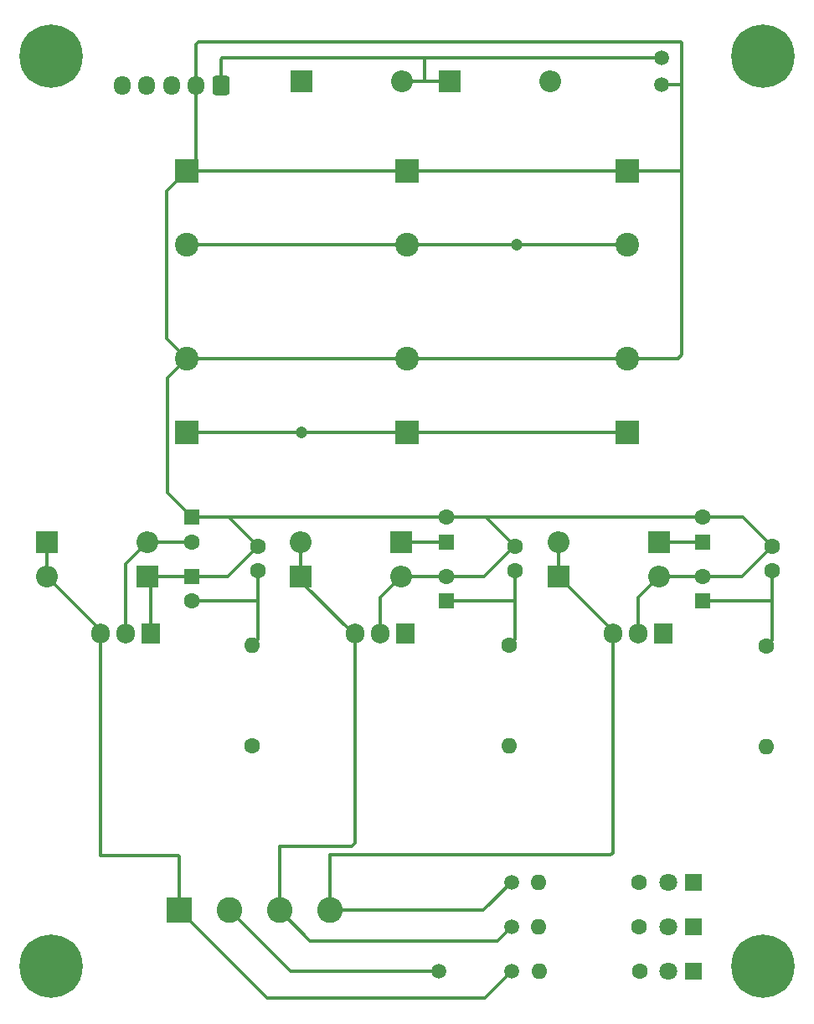
<source format=gbr>
%TF.GenerationSoftware,KiCad,Pcbnew,8.0.3*%
%TF.CreationDate,2024-07-30T20:54:46-04:00*%
%TF.ProjectId,mfos-wall-wart-eurorack-psu,6d666f73-2d77-4616-9c6c-2d776172742d,1.0.0*%
%TF.SameCoordinates,Original*%
%TF.FileFunction,Copper,L2,Bot*%
%TF.FilePolarity,Positive*%
%FSLAX46Y46*%
G04 Gerber Fmt 4.6, Leading zero omitted, Abs format (unit mm)*
G04 Created by KiCad (PCBNEW 8.0.3) date 2024-07-30 20:54:46*
%MOMM*%
%LPD*%
G01*
G04 APERTURE LIST*
G04 Aperture macros list*
%AMRoundRect*
0 Rectangle with rounded corners*
0 $1 Rounding radius*
0 $2 $3 $4 $5 $6 $7 $8 $9 X,Y pos of 4 corners*
0 Add a 4 corners polygon primitive as box body*
4,1,4,$2,$3,$4,$5,$6,$7,$8,$9,$2,$3,0*
0 Add four circle primitives for the rounded corners*
1,1,$1+$1,$2,$3*
1,1,$1+$1,$4,$5*
1,1,$1+$1,$6,$7*
1,1,$1+$1,$8,$9*
0 Add four rect primitives between the rounded corners*
20,1,$1+$1,$2,$3,$4,$5,0*
20,1,$1+$1,$4,$5,$6,$7,0*
20,1,$1+$1,$6,$7,$8,$9,0*
20,1,$1+$1,$8,$9,$2,$3,0*%
G04 Aperture macros list end*
%TA.AperFunction,ComponentPad*%
%ADD10R,2.400000X2.400000*%
%TD*%
%TA.AperFunction,ComponentPad*%
%ADD11C,2.400000*%
%TD*%
%TA.AperFunction,ComponentPad*%
%ADD12C,1.600000*%
%TD*%
%TA.AperFunction,ComponentPad*%
%ADD13O,1.600000X1.600000*%
%TD*%
%TA.AperFunction,ComponentPad*%
%ADD14R,2.200000X2.200000*%
%TD*%
%TA.AperFunction,ComponentPad*%
%ADD15O,2.200000X2.200000*%
%TD*%
%TA.AperFunction,ComponentPad*%
%ADD16R,1.600000X1.600000*%
%TD*%
%TA.AperFunction,ComponentPad*%
%ADD17R,1.800000X1.800000*%
%TD*%
%TA.AperFunction,ComponentPad*%
%ADD18C,1.800000*%
%TD*%
%TA.AperFunction,ComponentPad*%
%ADD19R,2.600000X2.600000*%
%TD*%
%TA.AperFunction,ComponentPad*%
%ADD20C,2.600000*%
%TD*%
%TA.AperFunction,ComponentPad*%
%ADD21R,1.905000X2.000000*%
%TD*%
%TA.AperFunction,ComponentPad*%
%ADD22O,1.905000X2.000000*%
%TD*%
%TA.AperFunction,ComponentPad*%
%ADD23C,6.400000*%
%TD*%
%TA.AperFunction,ComponentPad*%
%ADD24RoundRect,0.250000X0.600000X0.725000X-0.600000X0.725000X-0.600000X-0.725000X0.600000X-0.725000X0*%
%TD*%
%TA.AperFunction,ComponentPad*%
%ADD25O,1.700000X1.950000*%
%TD*%
%TA.AperFunction,ComponentPad*%
%ADD26C,1.500000*%
%TD*%
%TA.AperFunction,ViaPad*%
%ADD27C,1.200000*%
%TD*%
%TA.AperFunction,Conductor*%
%ADD28C,0.300000*%
%TD*%
G04 APERTURE END LIST*
D10*
%TO.P,C4,1*%
%TO.N,GND*%
X143957600Y-64152000D03*
D11*
%TO.P,C4,2*%
%TO.N,Net-(D1-A)*%
X143957600Y-71652000D03*
%TD*%
D12*
%TO.P,R1,1*%
%TO.N,+5V*%
X180257600Y-112151975D03*
D13*
%TO.P,R1,2*%
%TO.N,GND*%
X180257600Y-122311975D03*
%TD*%
D14*
%TO.P,D8,1,K*%
%TO.N,GND*%
X117710000Y-105152000D03*
D15*
%TO.P,D8,2,A*%
%TO.N,-12V*%
X107550000Y-105152000D03*
%TD*%
D16*
%TO.P,C9,1*%
%TO.N,Net-(D2-K)*%
X147890000Y-101652000D03*
D12*
%TO.P,C9,2*%
%TO.N,GND*%
X147890000Y-99152000D03*
%TD*%
D14*
%TO.P,D5,1,K*%
%TO.N,Net-(D2-K)*%
X143370000Y-101652000D03*
D15*
%TO.P,D5,2,A*%
%TO.N,+12V*%
X133210000Y-101652000D03*
%TD*%
D17*
%TO.P,L3,1,K*%
%TO.N,GND*%
X172932700Y-145052000D03*
D18*
%TO.P,L3,2,A*%
%TO.N,-12V-LED*%
X170392700Y-145052000D03*
%TD*%
D10*
%TO.P,C3,1*%
%TO.N,Net-(D2-K)*%
X143957600Y-90629800D03*
D11*
%TO.P,C3,2*%
%TO.N,GND*%
X143957600Y-83129800D03*
%TD*%
D12*
%TO.P,R6,1*%
%TO.N,-12V-LED*%
X167487700Y-145052000D03*
D13*
%TO.P,R6,2*%
%TO.N,-12V*%
X157327700Y-145052000D03*
%TD*%
D19*
%TO.P,J2,1,Pin_1*%
%TO.N,-12V*%
X120897600Y-138852000D03*
D20*
%TO.P,J2,2,Pin_2*%
%TO.N,GND*%
X125977600Y-138852000D03*
%TO.P,J2,3,Pin_3*%
%TO.N,+12V*%
X131057600Y-138852000D03*
%TO.P,J2,4,Pin_4*%
%TO.N,+5V*%
X136137600Y-138852000D03*
%TD*%
D10*
%TO.P,C2,1*%
%TO.N,GND*%
X166207600Y-64152000D03*
D11*
%TO.P,C2,2*%
%TO.N,Net-(D1-A)*%
X166207600Y-71652000D03*
%TD*%
D10*
%TO.P,C5,1*%
%TO.N,Net-(D2-K)*%
X166207600Y-90629800D03*
D11*
%TO.P,C5,2*%
%TO.N,GND*%
X166207600Y-83129800D03*
%TD*%
D21*
%TO.P,U2,1,IN*%
%TO.N,Net-(D2-K)*%
X143789968Y-110951975D03*
D22*
%TO.P,U2,2,GND*%
%TO.N,GND*%
X141249968Y-110951975D03*
%TO.P,U2,3,OUT*%
%TO.N,+12V*%
X138709968Y-110951975D03*
%TD*%
D12*
%TO.P,C14,1*%
%TO.N,+12V*%
X154857600Y-104602000D03*
%TO.P,C14,2*%
%TO.N,GND*%
X154857600Y-102102000D03*
%TD*%
D14*
%TO.P,D4,1,K*%
%TO.N,+5V*%
X159260000Y-105152000D03*
D15*
%TO.P,D4,2,A*%
%TO.N,GND*%
X169420000Y-105152000D03*
%TD*%
D17*
%TO.P,L2,1,K*%
%TO.N,GND*%
X172932700Y-140552000D03*
D18*
%TO.P,L2,2,A*%
%TO.N,+12V-LED*%
X170392700Y-140552000D03*
%TD*%
D16*
%TO.P,C7,1*%
%TO.N,Net-(D2-K)*%
X173840000Y-101652000D03*
D12*
%TO.P,C7,2*%
%TO.N,GND*%
X173840000Y-99152000D03*
%TD*%
%TO.P,C15,1*%
%TO.N,GND*%
X128857600Y-102101975D03*
%TO.P,C15,2*%
%TO.N,-12V*%
X128857600Y-104601975D03*
%TD*%
%TO.P,R2,1*%
%TO.N,+12V*%
X154250000Y-112092000D03*
D13*
%TO.P,R2,2*%
%TO.N,GND*%
X154250000Y-122252000D03*
%TD*%
D23*
%TO.P,M2,1*%
%TO.N,N/C*%
X179957600Y-52552000D03*
%TD*%
D12*
%TO.P,R4,1*%
%TO.N,+5V-LED*%
X167407700Y-136052000D03*
D13*
%TO.P,R4,2*%
%TO.N,+5V*%
X157247700Y-136052000D03*
%TD*%
D16*
%TO.P,C12,1*%
%TO.N,GND*%
X122190000Y-105152000D03*
D12*
%TO.P,C12,2*%
%TO.N,-12V*%
X122190000Y-107652000D03*
%TD*%
D16*
%TO.P,C11,1*%
%TO.N,GND*%
X122190000Y-99152000D03*
D12*
%TO.P,C11,2*%
%TO.N,Net-(D1-A)*%
X122190000Y-101652000D03*
%TD*%
%TO.P,C13,1*%
%TO.N,+5V*%
X180857600Y-104602000D03*
%TO.P,C13,2*%
%TO.N,GND*%
X180857600Y-102102000D03*
%TD*%
D16*
%TO.P,C8,1*%
%TO.N,+5V*%
X173840000Y-107652000D03*
D12*
%TO.P,C8,2*%
%TO.N,GND*%
X173840000Y-105152000D03*
%TD*%
D23*
%TO.P,M1,1*%
%TO.N,N/C*%
X107957600Y-52552000D03*
%TD*%
D24*
%TO.P,J1,1,Pin_1*%
%TO.N,12VAC*%
X125130455Y-55576975D03*
D25*
%TO.P,J1,2,Pin_2*%
%TO.N,GND*%
X122630455Y-55576975D03*
%TO.P,J1,3,Pin_3*%
%TO.N,+5V-LED*%
X120130455Y-55576975D03*
%TO.P,J1,4,Pin_4*%
%TO.N,+12V-LED*%
X117630455Y-55576975D03*
%TO.P,J1,5,Pin_5*%
%TO.N,-12V-LED*%
X115130455Y-55576975D03*
%TD*%
D17*
%TO.P,L1,1,K*%
%TO.N,GND*%
X172932700Y-136052000D03*
D18*
%TO.P,L1,2,A*%
%TO.N,+5V-LED*%
X170392700Y-136052000D03*
%TD*%
D23*
%TO.P,M4,1*%
%TO.N,N/C*%
X107957600Y-144552000D03*
%TD*%
D12*
%TO.P,R5,1*%
%TO.N,+12V-LED*%
X167407700Y-140552000D03*
D13*
%TO.P,R5,2*%
%TO.N,+12V*%
X157247700Y-140552000D03*
%TD*%
D14*
%TO.P,D7,1,K*%
%TO.N,-12V*%
X107550000Y-101652000D03*
D15*
%TO.P,D7,2,A*%
%TO.N,Net-(D1-A)*%
X117710000Y-101652000D03*
%TD*%
D14*
%TO.P,D1,1,K*%
%TO.N,12VAC*%
X148250000Y-55152000D03*
D15*
%TO.P,D1,2,A*%
%TO.N,Net-(D1-A)*%
X158410000Y-55152000D03*
%TD*%
D10*
%TO.P,C6,1*%
%TO.N,GND*%
X121707600Y-64152000D03*
D11*
%TO.P,C6,2*%
%TO.N,Net-(D1-A)*%
X121707600Y-71652000D03*
%TD*%
D14*
%TO.P,D3,1,K*%
%TO.N,Net-(D2-K)*%
X169420000Y-101652000D03*
D15*
%TO.P,D3,2,A*%
%TO.N,+5V*%
X159260000Y-101652000D03*
%TD*%
D21*
%TO.P,U3,1,GND*%
%TO.N,GND*%
X118039968Y-110951975D03*
D22*
%TO.P,U3,2,VI*%
%TO.N,Net-(D1-A)*%
X115499968Y-110951975D03*
%TO.P,U3,3,VO*%
%TO.N,-12V*%
X112959968Y-110951975D03*
%TD*%
D21*
%TO.P,U1,1,IN*%
%TO.N,Net-(D2-K)*%
X169814268Y-110951975D03*
D22*
%TO.P,U1,2,GND*%
%TO.N,GND*%
X167274268Y-110951975D03*
%TO.P,U1,3,OUT*%
%TO.N,+5V*%
X164734268Y-110951975D03*
%TD*%
D14*
%TO.P,D6,1,K*%
%TO.N,+12V*%
X133210000Y-105152000D03*
D15*
%TO.P,D6,2,A*%
%TO.N,GND*%
X143370000Y-105152000D03*
%TD*%
D14*
%TO.P,D2,1,K*%
%TO.N,Net-(D2-K)*%
X133250000Y-55152000D03*
D15*
%TO.P,D2,2,A*%
%TO.N,12VAC*%
X143410000Y-55152000D03*
%TD*%
D23*
%TO.P,M3,1*%
%TO.N,N/C*%
X179957600Y-144552000D03*
%TD*%
D10*
%TO.P,C1,1*%
%TO.N,Net-(D2-K)*%
X121707600Y-90629800D03*
D11*
%TO.P,C1,2*%
%TO.N,GND*%
X121707600Y-83129800D03*
%TD*%
D16*
%TO.P,C10,1*%
%TO.N,+12V*%
X147890000Y-107652000D03*
D12*
%TO.P,C10,2*%
%TO.N,GND*%
X147890000Y-105152000D03*
%TD*%
%TO.P,R3,1*%
%TO.N,GND*%
X128250000Y-122252000D03*
D13*
%TO.P,R3,2*%
%TO.N,-12V*%
X128250000Y-112092000D03*
%TD*%
D26*
%TO.P,TP6,1,1*%
%TO.N,-12V*%
X154487700Y-145052000D03*
%TD*%
%TO.P,TP1,1,1*%
%TO.N,12VAC*%
X169657600Y-52752000D03*
%TD*%
%TO.P,TP5,1,1*%
%TO.N,GND*%
X147157600Y-145052000D03*
%TD*%
%TO.P,TP3,1,1*%
%TO.N,+5V*%
X154487700Y-136052000D03*
%TD*%
%TO.P,TP2,1,1*%
%TO.N,GND*%
X169657600Y-55452000D03*
%TD*%
%TO.P,TP4,1,1*%
%TO.N,+12V*%
X154487700Y-140552000D03*
%TD*%
D27*
%TO.N,Net-(D2-K)*%
X133257600Y-90629800D03*
%TO.N,Net-(D1-A)*%
X155057600Y-71651975D03*
%TD*%
D28*
%TO.N,Net-(D2-K)*%
X147890000Y-101652000D02*
X143370000Y-101652000D01*
X133257600Y-90629800D02*
X166207600Y-90629800D01*
X133257600Y-90629800D02*
X121707600Y-90629800D01*
X173840000Y-101652000D02*
X169420000Y-101652000D01*
%TO.N,GND*%
X117710000Y-105152000D02*
X122190000Y-105152000D01*
X171757600Y-51251975D02*
X171757600Y-54551975D01*
X118040000Y-105482000D02*
X117710000Y-105152000D01*
X119757600Y-96719600D02*
X119757600Y-85079800D01*
X122190000Y-105152000D02*
X125807575Y-105152000D01*
X141249968Y-111177768D02*
X141249968Y-107272032D01*
X143370000Y-105152000D02*
X147890000Y-105152000D01*
X119657600Y-66202000D02*
X121707600Y-64152000D01*
X122190000Y-99152000D02*
X125907625Y-99152000D01*
X122857600Y-51151975D02*
X171657600Y-51151975D01*
X141250000Y-111177800D02*
X141249968Y-111177768D01*
X173840000Y-99152000D02*
X177907600Y-99152000D01*
X171757600Y-63951975D02*
X171757600Y-82751975D01*
X125977600Y-138852000D02*
X132177600Y-145052000D01*
X122190000Y-99152000D02*
X119757600Y-96719600D01*
X169420000Y-105152000D02*
X173840000Y-105152000D01*
X171757600Y-54551975D02*
X171757600Y-55351975D01*
X167274268Y-111177768D02*
X167274268Y-107297732D01*
X122190000Y-99152000D02*
X173840000Y-99152000D01*
X122630455Y-55576975D02*
X122630455Y-51379120D01*
X119757600Y-85079800D02*
X121707600Y-83129800D01*
X118040000Y-110951975D02*
X118040000Y-105482000D01*
X171757600Y-55351975D02*
X171657575Y-55452000D01*
X171757600Y-82751975D02*
X171379775Y-83129800D01*
X132177600Y-145052000D02*
X147157600Y-145052000D01*
X171657600Y-51151975D02*
X171757600Y-51251975D01*
X151907600Y-99152000D02*
X154857600Y-102102000D01*
X177907600Y-99152000D02*
X180857600Y-102102000D01*
X122630455Y-55576975D02*
X122630455Y-63229145D01*
X125807575Y-105152000D02*
X128857600Y-102101975D01*
X122630455Y-51379120D02*
X122857600Y-51151975D01*
X147890000Y-105152000D02*
X151757575Y-105152000D01*
X147890000Y-99152000D02*
X151907600Y-99152000D01*
X121707600Y-83129800D02*
X119657600Y-81079800D01*
X141249968Y-107272032D02*
X143370000Y-105152000D01*
X154807575Y-102102000D02*
X154857600Y-102102000D01*
X119657600Y-81079800D02*
X119657600Y-66202000D01*
X171379775Y-83129800D02*
X166207600Y-83129800D01*
X151757575Y-105152000D02*
X154807575Y-102102000D01*
X121707600Y-64152000D02*
X166207600Y-64152000D01*
X125907625Y-99152000D02*
X128857600Y-102101975D01*
X166207600Y-64152000D02*
X171757600Y-64152000D01*
X121707600Y-83129800D02*
X166207600Y-83129800D01*
X173840000Y-105152000D02*
X177807600Y-105152000D01*
X171757600Y-63951975D02*
X171757600Y-54551975D01*
X167274268Y-107297732D02*
X169420000Y-105152000D01*
X177807600Y-105152000D02*
X180857600Y-102102000D01*
X167274300Y-111177800D02*
X167274268Y-111177768D01*
X122630455Y-63229145D02*
X121707600Y-64152000D01*
X171657575Y-55452000D02*
X169657600Y-55452000D01*
%TO.N,Net-(D1-A)*%
X166207600Y-71652000D02*
X155057625Y-71652000D01*
X155057600Y-71651975D02*
X155057575Y-71652000D01*
X155057625Y-71652000D02*
X155057600Y-71651975D01*
X122190000Y-101652000D02*
X117710000Y-101652000D01*
X115500000Y-103862000D02*
X115500000Y-110951975D01*
X155057575Y-71652000D02*
X121707600Y-71652000D01*
X117710000Y-101652000D02*
X115500000Y-103862000D01*
%TO.N,+12V*%
X133210000Y-105677800D02*
X138484175Y-110951975D01*
X133210000Y-101652000D02*
X133210000Y-105152000D01*
X147890000Y-107652000D02*
X154857575Y-107652000D01*
X138484175Y-110951975D02*
X138709968Y-110951975D01*
X154857600Y-107651975D02*
X154857600Y-111484400D01*
X154857600Y-111484400D02*
X154250000Y-112092000D01*
X153087725Y-141951975D02*
X154487700Y-140552000D01*
X133210000Y-105152000D02*
X133210000Y-105677800D01*
X154857600Y-104602000D02*
X154857600Y-107651975D01*
X134157575Y-141951975D02*
X153087725Y-141951975D01*
X154857575Y-107652000D02*
X154857600Y-107651975D01*
X138709968Y-132099607D02*
X138709968Y-110951975D01*
X131057600Y-138852000D02*
X134157575Y-141951975D01*
X131057600Y-132451975D02*
X138357600Y-132451975D01*
X138357600Y-132451975D02*
X138709968Y-132099607D01*
X131057600Y-138852000D02*
X131057600Y-132451975D01*
%TO.N,+5V*%
X151687700Y-138852000D02*
X154487700Y-136052000D01*
X136157600Y-133251975D02*
X164557600Y-133251975D01*
X136137600Y-138852000D02*
X151687700Y-138852000D01*
X136137600Y-133271975D02*
X136157600Y-133251975D01*
X164734268Y-110626268D02*
X164734268Y-111177768D01*
X136137600Y-138852000D02*
X136137600Y-133271975D01*
X159260000Y-105152000D02*
X164734268Y-110626268D01*
X164734268Y-111177768D02*
X164734300Y-111177800D01*
X164557600Y-133251975D02*
X164734268Y-133075307D01*
X159260000Y-101652000D02*
X159260000Y-105152000D01*
X180857600Y-104602000D02*
X180857600Y-107451975D01*
X180857600Y-111551975D02*
X180257600Y-112151975D01*
X180657575Y-107652000D02*
X180857600Y-107451975D01*
X180857600Y-107451975D02*
X180857600Y-111551975D01*
X164734268Y-133075307D02*
X164734268Y-110951975D01*
X173840000Y-107652000D02*
X180657575Y-107652000D01*
%TO.N,-12V*%
X112959968Y-133349607D02*
X112957600Y-133351975D01*
X128857600Y-107651975D02*
X128857600Y-111484400D01*
X128857600Y-104601975D02*
X128857600Y-107651975D01*
X120837600Y-133351975D02*
X120897600Y-133411975D01*
X151787725Y-147751975D02*
X154487700Y-145052000D01*
X107550000Y-101652000D02*
X107550000Y-105152000D01*
X128857575Y-107652000D02*
X128857600Y-107651975D01*
X112957600Y-133351975D02*
X120837600Y-133351975D01*
X120897600Y-138852000D02*
X129797575Y-147751975D01*
X112959968Y-110951975D02*
X112959968Y-133349607D01*
X107550000Y-105152000D02*
X112960000Y-110562000D01*
X128857600Y-111484400D02*
X128250000Y-112092000D01*
X120897600Y-133411975D02*
X120897600Y-138852000D01*
X112960000Y-110562000D02*
X112960000Y-111177800D01*
X129797575Y-147751975D02*
X151787725Y-147751975D01*
X122190000Y-107652000D02*
X128857575Y-107652000D01*
%TO.N,12VAC*%
X143410000Y-55152000D02*
X145757600Y-55152000D01*
X145757600Y-55152000D02*
X148250000Y-55152000D01*
X169657600Y-52752000D02*
X145757600Y-52752000D01*
X145757600Y-55152000D02*
X145757600Y-52752000D01*
X125257625Y-52752000D02*
X125257600Y-52751975D01*
X125130455Y-52879120D02*
X125130455Y-55576975D01*
X125257600Y-52751975D02*
X125130455Y-52879120D01*
X145757600Y-52752000D02*
X125257625Y-52752000D01*
%TD*%
M02*

</source>
